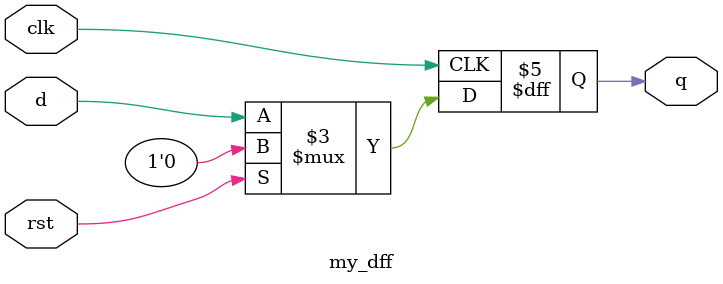
<source format=v>
`timescale 1ns / 1ps


module my_cnt3(
    input clk,
    input rst,
    output [2:0] q
    );
    wire n1, n2;
    
    assign n1 = (q[0] ^ q[1]);
    assign n2 = (q[2] ^ (q[0] & q[1]));
    
    my_dff dff0(.d(~q[0]), .clk(clk), .rst(rst), .q(q[0]));
    my_dff dff1(.d(n1), .clk(clk), .rst(rst), .q(q[1]));
    my_dff dff2(.d(n2), .clk(clk), .rst(rst), .q(q[2]));
endmodule

module my_dff(
    input d,
    input clk,
    input rst,
    output reg q
    );
    always @ (posedge clk)
        if (rst)
            q <= 1'b0; // ÀÌ ºÎºÐ¿¡¼­ ¸ðµç q °ªÀÌ 0À¸·Î ÃÊ±âÈ­
        else
            q <= d;
endmodule
</source>
